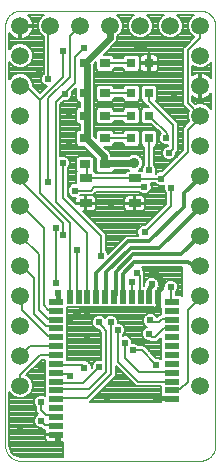
<source format=gtl>
G75*
%MOIN*%
%OFA0B0*%
%FSLAX25Y25*%
%IPPOS*%
%LPD*%
%AMOC8*
5,1,8,0,0,1.08239X$1,22.5*
%
%ADD10C,0.00000*%
%ADD11C,0.05937*%
%ADD12R,0.03150X0.03150*%
%ADD13R,0.03543X0.03150*%
%ADD14R,0.04134X0.02559*%
%ADD15R,0.04724X0.01969*%
%ADD16R,0.01969X0.04724*%
%ADD17C,0.00800*%
%ADD18C,0.02400*%
%ADD19C,0.02400*%
%ADD20C,0.03562*%
%ADD21C,0.01600*%
%ADD22C,0.01200*%
%ADD23C,0.01000*%
D10*
X0006400Y0008900D02*
X0006400Y0148900D01*
X0006402Y0149040D01*
X0006408Y0149180D01*
X0006418Y0149320D01*
X0006431Y0149460D01*
X0006449Y0149599D01*
X0006471Y0149738D01*
X0006496Y0149875D01*
X0006525Y0150013D01*
X0006558Y0150149D01*
X0006595Y0150284D01*
X0006636Y0150418D01*
X0006681Y0150551D01*
X0006729Y0150683D01*
X0006781Y0150813D01*
X0006836Y0150942D01*
X0006895Y0151069D01*
X0006958Y0151195D01*
X0007024Y0151319D01*
X0007093Y0151440D01*
X0007166Y0151560D01*
X0007243Y0151678D01*
X0007322Y0151793D01*
X0007405Y0151907D01*
X0007491Y0152017D01*
X0007580Y0152126D01*
X0007672Y0152232D01*
X0007767Y0152335D01*
X0007864Y0152436D01*
X0007965Y0152533D01*
X0008068Y0152628D01*
X0008174Y0152720D01*
X0008283Y0152809D01*
X0008393Y0152895D01*
X0008507Y0152978D01*
X0008622Y0153057D01*
X0008740Y0153134D01*
X0008860Y0153207D01*
X0008981Y0153276D01*
X0009105Y0153342D01*
X0009231Y0153405D01*
X0009358Y0153464D01*
X0009487Y0153519D01*
X0009617Y0153571D01*
X0009749Y0153619D01*
X0009882Y0153664D01*
X0010016Y0153705D01*
X0010151Y0153742D01*
X0010287Y0153775D01*
X0010425Y0153804D01*
X0010562Y0153829D01*
X0010701Y0153851D01*
X0010840Y0153869D01*
X0010980Y0153882D01*
X0011120Y0153892D01*
X0011260Y0153898D01*
X0011400Y0153900D01*
X0071400Y0153900D01*
X0071540Y0153898D01*
X0071680Y0153892D01*
X0071820Y0153882D01*
X0071960Y0153869D01*
X0072099Y0153851D01*
X0072238Y0153829D01*
X0072375Y0153804D01*
X0072513Y0153775D01*
X0072649Y0153742D01*
X0072784Y0153705D01*
X0072918Y0153664D01*
X0073051Y0153619D01*
X0073183Y0153571D01*
X0073313Y0153519D01*
X0073442Y0153464D01*
X0073569Y0153405D01*
X0073695Y0153342D01*
X0073819Y0153276D01*
X0073940Y0153207D01*
X0074060Y0153134D01*
X0074178Y0153057D01*
X0074293Y0152978D01*
X0074407Y0152895D01*
X0074517Y0152809D01*
X0074626Y0152720D01*
X0074732Y0152628D01*
X0074835Y0152533D01*
X0074936Y0152436D01*
X0075033Y0152335D01*
X0075128Y0152232D01*
X0075220Y0152126D01*
X0075309Y0152017D01*
X0075395Y0151907D01*
X0075478Y0151793D01*
X0075557Y0151678D01*
X0075634Y0151560D01*
X0075707Y0151440D01*
X0075776Y0151319D01*
X0075842Y0151195D01*
X0075905Y0151069D01*
X0075964Y0150942D01*
X0076019Y0150813D01*
X0076071Y0150683D01*
X0076119Y0150551D01*
X0076164Y0150418D01*
X0076205Y0150284D01*
X0076242Y0150149D01*
X0076275Y0150013D01*
X0076304Y0149875D01*
X0076329Y0149738D01*
X0076351Y0149599D01*
X0076369Y0149460D01*
X0076382Y0149320D01*
X0076392Y0149180D01*
X0076398Y0149040D01*
X0076400Y0148900D01*
X0076400Y0008900D01*
X0076398Y0008760D01*
X0076392Y0008620D01*
X0076382Y0008480D01*
X0076369Y0008340D01*
X0076351Y0008201D01*
X0076329Y0008062D01*
X0076304Y0007925D01*
X0076275Y0007787D01*
X0076242Y0007651D01*
X0076205Y0007516D01*
X0076164Y0007382D01*
X0076119Y0007249D01*
X0076071Y0007117D01*
X0076019Y0006987D01*
X0075964Y0006858D01*
X0075905Y0006731D01*
X0075842Y0006605D01*
X0075776Y0006481D01*
X0075707Y0006360D01*
X0075634Y0006240D01*
X0075557Y0006122D01*
X0075478Y0006007D01*
X0075395Y0005893D01*
X0075309Y0005783D01*
X0075220Y0005674D01*
X0075128Y0005568D01*
X0075033Y0005465D01*
X0074936Y0005364D01*
X0074835Y0005267D01*
X0074732Y0005172D01*
X0074626Y0005080D01*
X0074517Y0004991D01*
X0074407Y0004905D01*
X0074293Y0004822D01*
X0074178Y0004743D01*
X0074060Y0004666D01*
X0073940Y0004593D01*
X0073819Y0004524D01*
X0073695Y0004458D01*
X0073569Y0004395D01*
X0073442Y0004336D01*
X0073313Y0004281D01*
X0073183Y0004229D01*
X0073051Y0004181D01*
X0072918Y0004136D01*
X0072784Y0004095D01*
X0072649Y0004058D01*
X0072513Y0004025D01*
X0072375Y0003996D01*
X0072238Y0003971D01*
X0072099Y0003949D01*
X0071960Y0003931D01*
X0071820Y0003918D01*
X0071680Y0003908D01*
X0071540Y0003902D01*
X0071400Y0003900D01*
X0011400Y0003900D01*
X0011260Y0003902D01*
X0011120Y0003908D01*
X0010980Y0003918D01*
X0010840Y0003931D01*
X0010701Y0003949D01*
X0010562Y0003971D01*
X0010425Y0003996D01*
X0010287Y0004025D01*
X0010151Y0004058D01*
X0010016Y0004095D01*
X0009882Y0004136D01*
X0009749Y0004181D01*
X0009617Y0004229D01*
X0009487Y0004281D01*
X0009358Y0004336D01*
X0009231Y0004395D01*
X0009105Y0004458D01*
X0008981Y0004524D01*
X0008860Y0004593D01*
X0008740Y0004666D01*
X0008622Y0004743D01*
X0008507Y0004822D01*
X0008393Y0004905D01*
X0008283Y0004991D01*
X0008174Y0005080D01*
X0008068Y0005172D01*
X0007965Y0005267D01*
X0007864Y0005364D01*
X0007767Y0005465D01*
X0007672Y0005568D01*
X0007580Y0005674D01*
X0007491Y0005783D01*
X0007405Y0005893D01*
X0007322Y0006007D01*
X0007243Y0006122D01*
X0007166Y0006240D01*
X0007093Y0006360D01*
X0007024Y0006481D01*
X0006958Y0006605D01*
X0006895Y0006731D01*
X0006836Y0006858D01*
X0006781Y0006987D01*
X0006729Y0007117D01*
X0006681Y0007249D01*
X0006636Y0007382D01*
X0006595Y0007516D01*
X0006558Y0007651D01*
X0006525Y0007787D01*
X0006496Y0007925D01*
X0006471Y0008062D01*
X0006449Y0008201D01*
X0006431Y0008340D01*
X0006418Y0008480D01*
X0006408Y0008620D01*
X0006402Y0008760D01*
X0006400Y0008900D01*
D11*
X0011400Y0028900D03*
X0011400Y0038900D03*
X0011400Y0048900D03*
X0011400Y0058900D03*
X0011400Y0068900D03*
X0011400Y0078900D03*
X0011400Y0088900D03*
X0011400Y0098900D03*
X0011400Y0108900D03*
X0011400Y0118900D03*
X0011400Y0128900D03*
X0011400Y0138900D03*
X0011400Y0148900D03*
X0021400Y0148900D03*
X0031400Y0148900D03*
X0041400Y0148900D03*
X0051400Y0148900D03*
X0061400Y0148900D03*
X0071400Y0148900D03*
X0071400Y0138900D03*
X0071400Y0128900D03*
X0071400Y0118900D03*
X0071400Y0108900D03*
X0071400Y0098900D03*
X0071400Y0088900D03*
X0071400Y0078900D03*
X0071400Y0068900D03*
X0071400Y0058900D03*
X0071400Y0048900D03*
X0071400Y0038900D03*
X0071400Y0028900D03*
D12*
X0054353Y0111400D03*
X0054353Y0118900D03*
X0054353Y0126400D03*
X0054353Y0136400D03*
X0048447Y0136400D03*
X0048447Y0126400D03*
X0048447Y0118900D03*
X0048447Y0111400D03*
D13*
X0039746Y0111400D03*
X0039746Y0118900D03*
X0039746Y0126400D03*
X0039746Y0136400D03*
X0033054Y0136400D03*
X0033054Y0126400D03*
X0033054Y0118900D03*
X0033054Y0111400D03*
X0033054Y0102650D03*
X0039746Y0102650D03*
D14*
X0033231Y0098132D03*
X0033231Y0089668D03*
X0049569Y0089668D03*
X0049569Y0098132D03*
D15*
X0061941Y0056853D03*
X0061941Y0053900D03*
X0061941Y0050947D03*
X0061941Y0047994D03*
X0061941Y0045042D03*
X0061941Y0042089D03*
X0061941Y0039136D03*
X0061941Y0036183D03*
X0061941Y0033231D03*
X0061941Y0030278D03*
X0061941Y0027325D03*
X0061941Y0024372D03*
X0023359Y0024372D03*
X0023359Y0021420D03*
X0023359Y0018467D03*
X0023359Y0015514D03*
X0023359Y0012561D03*
X0023359Y0027325D03*
X0023359Y0030278D03*
X0023359Y0033231D03*
X0023359Y0036183D03*
X0023359Y0039136D03*
X0023359Y0042089D03*
X0023359Y0045042D03*
X0023359Y0047994D03*
X0023359Y0050947D03*
X0023359Y0053900D03*
X0023359Y0056853D03*
D16*
X0027886Y0058624D03*
X0030839Y0058624D03*
X0033792Y0058624D03*
X0036744Y0058624D03*
X0039697Y0058624D03*
X0042650Y0058624D03*
X0045603Y0058624D03*
X0048556Y0058624D03*
X0051508Y0058624D03*
X0054461Y0058624D03*
X0057414Y0058624D03*
D17*
X0057506Y0058532D02*
X0057506Y0054862D01*
X0058379Y0054862D01*
X0058379Y0052700D01*
X0057937Y0052700D01*
X0056987Y0051750D01*
X0056892Y0051750D01*
X0056785Y0052009D01*
X0056109Y0052685D01*
X0055227Y0053050D01*
X0054273Y0053050D01*
X0053391Y0052685D01*
X0052715Y0052009D01*
X0052350Y0051127D01*
X0052350Y0050173D01*
X0052715Y0049291D01*
X0053391Y0048615D01*
X0053625Y0048518D01*
X0052941Y0048235D01*
X0052265Y0047559D01*
X0051900Y0046677D01*
X0051900Y0045723D01*
X0052265Y0044841D01*
X0052941Y0044165D01*
X0053823Y0043800D01*
X0054437Y0043800D01*
X0054687Y0043550D01*
X0057063Y0043550D01*
X0058000Y0044487D01*
X0058379Y0044866D01*
X0058379Y0037715D01*
X0058159Y0037935D01*
X0057277Y0038300D01*
X0056663Y0038300D01*
X0052488Y0042475D01*
X0050769Y0042475D01*
X0050334Y0042910D01*
X0049452Y0043275D01*
X0048800Y0043275D01*
X0048800Y0043752D01*
X0048435Y0044634D01*
X0047759Y0045310D01*
X0046877Y0045675D01*
X0045923Y0045675D01*
X0045600Y0045541D01*
X0045600Y0045731D01*
X0046035Y0046166D01*
X0046400Y0047048D01*
X0046400Y0048002D01*
X0046035Y0048884D01*
X0045359Y0049560D01*
X0044477Y0049925D01*
X0044000Y0049925D01*
X0044000Y0050602D01*
X0043635Y0051484D01*
X0042959Y0052160D01*
X0042077Y0052525D01*
X0041123Y0052525D01*
X0040241Y0052160D01*
X0039600Y0051519D01*
X0039059Y0052060D01*
X0038177Y0052425D01*
X0037223Y0052425D01*
X0036341Y0052060D01*
X0035665Y0051384D01*
X0035300Y0050502D01*
X0035300Y0049548D01*
X0035665Y0048666D01*
X0036341Y0047990D01*
X0037223Y0047625D01*
X0037552Y0047625D01*
X0038400Y0046546D01*
X0038400Y0037366D01*
X0038077Y0037500D01*
X0037123Y0037500D01*
X0036241Y0037135D01*
X0035565Y0036459D01*
X0035200Y0035577D01*
X0035200Y0034963D01*
X0035200Y0034963D01*
X0035200Y0035402D01*
X0034835Y0036284D01*
X0034159Y0036960D01*
X0033277Y0037325D01*
X0032663Y0037325D01*
X0032488Y0037500D01*
X0026921Y0037500D01*
X0026921Y0055062D01*
X0055708Y0055062D01*
X0055889Y0054958D01*
X0056245Y0054862D01*
X0057322Y0054862D01*
X0057322Y0058532D01*
X0057506Y0058532D01*
X0057506Y0058717D02*
X0057506Y0061970D01*
X0057322Y0061526D01*
X0057322Y0058717D01*
X0057506Y0058717D01*
X0057506Y0058997D02*
X0057322Y0058997D01*
X0057322Y0058199D02*
X0057506Y0058199D01*
X0057506Y0057400D02*
X0057322Y0057400D01*
X0057322Y0056602D02*
X0057506Y0056602D01*
X0057506Y0055803D02*
X0057322Y0055803D01*
X0057322Y0055005D02*
X0057506Y0055005D01*
X0058379Y0054206D02*
X0026921Y0054206D01*
X0026921Y0053408D02*
X0058379Y0053408D01*
X0057846Y0052609D02*
X0056185Y0052609D01*
X0056867Y0051811D02*
X0057048Y0051811D01*
X0058600Y0051100D02*
X0057650Y0050150D01*
X0055250Y0050150D01*
X0054750Y0050650D01*
X0053315Y0052609D02*
X0026921Y0052609D01*
X0026921Y0051811D02*
X0036092Y0051811D01*
X0035511Y0051012D02*
X0026921Y0051012D01*
X0026921Y0050214D02*
X0035300Y0050214D01*
X0035355Y0049415D02*
X0026921Y0049415D01*
X0026921Y0048617D02*
X0035714Y0048617D01*
X0036756Y0047818D02*
X0026921Y0047818D01*
X0026921Y0047020D02*
X0038028Y0047020D01*
X0038400Y0046221D02*
X0026921Y0046221D01*
X0026921Y0045423D02*
X0038400Y0045423D01*
X0038400Y0044624D02*
X0026921Y0044624D01*
X0026921Y0043826D02*
X0038400Y0043826D01*
X0038400Y0043027D02*
X0026921Y0043027D01*
X0026921Y0042229D02*
X0038400Y0042229D01*
X0038400Y0041430D02*
X0026921Y0041430D01*
X0026921Y0040632D02*
X0038400Y0040632D01*
X0038400Y0039833D02*
X0026921Y0039833D01*
X0026921Y0039034D02*
X0038400Y0039034D01*
X0038400Y0038236D02*
X0026921Y0038236D01*
X0023359Y0039136D02*
X0023200Y0039100D01*
X0017850Y0039100D01*
X0017650Y0038900D01*
X0011200Y0032625D01*
X0011400Y0028900D01*
X0013436Y0032568D02*
X0018300Y0037300D01*
X0018313Y0037300D01*
X0018513Y0037500D01*
X0019796Y0037500D01*
X0019796Y0025523D01*
X0019759Y0025560D01*
X0018877Y0025925D01*
X0017923Y0025925D01*
X0017041Y0025560D01*
X0016365Y0024884D01*
X0016000Y0024002D01*
X0016000Y0023048D01*
X0016365Y0022166D01*
X0016800Y0021731D01*
X0016800Y0020037D01*
X0017473Y0019364D01*
X0017041Y0019185D01*
X0016365Y0018509D01*
X0016000Y0017627D01*
X0016000Y0016673D01*
X0016365Y0015791D01*
X0017041Y0015115D01*
X0017923Y0014750D01*
X0018537Y0014750D01*
X0018987Y0014300D01*
X0019796Y0014300D01*
X0019796Y0014267D01*
X0019692Y0014086D01*
X0019596Y0013730D01*
X0019596Y0012654D01*
X0023266Y0012654D01*
X0023266Y0012469D01*
X0019596Y0012469D01*
X0019596Y0011393D01*
X0019692Y0011037D01*
X0019876Y0010718D01*
X0020137Y0010457D01*
X0020456Y0010273D01*
X0020812Y0010177D01*
X0023267Y0010177D01*
X0023267Y0012469D01*
X0023451Y0012469D01*
X0023451Y0010177D01*
X0025715Y0010177D01*
X0025715Y0005300D01*
X0011400Y0005300D01*
X0010698Y0005369D01*
X0009400Y0005907D01*
X0008407Y0006900D01*
X0007869Y0008198D01*
X0007800Y0008900D01*
X0007800Y0026698D01*
X0007866Y0026539D01*
X0009039Y0025366D01*
X0010571Y0024731D01*
X0012229Y0024731D01*
X0013761Y0025366D01*
X0014934Y0026539D01*
X0015568Y0028071D01*
X0015568Y0029729D01*
X0014934Y0031261D01*
X0013761Y0032434D01*
X0013436Y0032568D01*
X0013516Y0032646D02*
X0019796Y0032646D01*
X0019796Y0031848D02*
X0014347Y0031848D01*
X0015022Y0031049D02*
X0019796Y0031049D01*
X0019796Y0030251D02*
X0015352Y0030251D01*
X0015568Y0029452D02*
X0019796Y0029452D01*
X0019796Y0028654D02*
X0015568Y0028654D01*
X0015479Y0027855D02*
X0019796Y0027855D01*
X0019796Y0027057D02*
X0015148Y0027057D01*
X0014653Y0026258D02*
X0019796Y0026258D01*
X0018400Y0023525D02*
X0018400Y0020700D01*
X0020000Y0019100D01*
X0023200Y0019100D01*
X0023359Y0018467D01*
X0023200Y0015900D02*
X0019650Y0015900D01*
X0018400Y0017150D01*
X0019796Y0014281D02*
X0007800Y0014281D01*
X0007800Y0015079D02*
X0017128Y0015079D01*
X0016329Y0015878D02*
X0007800Y0015878D01*
X0007800Y0016676D02*
X0016000Y0016676D01*
X0016000Y0017475D02*
X0007800Y0017475D01*
X0007800Y0018273D02*
X0016268Y0018273D01*
X0016928Y0019072D02*
X0007800Y0019072D01*
X0007800Y0019870D02*
X0016967Y0019870D01*
X0016800Y0020669D02*
X0007800Y0020669D01*
X0007800Y0021467D02*
X0016800Y0021467D01*
X0016324Y0022266D02*
X0007800Y0022266D01*
X0007800Y0023064D02*
X0016000Y0023064D01*
X0016000Y0023863D02*
X0007800Y0023863D01*
X0007800Y0024661D02*
X0016273Y0024661D01*
X0016941Y0025460D02*
X0013855Y0025460D01*
X0014337Y0033445D02*
X0019796Y0033445D01*
X0019796Y0034243D02*
X0015158Y0034243D01*
X0015979Y0035042D02*
X0019796Y0035042D01*
X0019796Y0035840D02*
X0016800Y0035840D01*
X0017620Y0036639D02*
X0019796Y0036639D01*
X0019796Y0037437D02*
X0018450Y0037437D01*
X0014589Y0042089D02*
X0011400Y0038900D01*
X0014589Y0042089D02*
X0023359Y0042089D01*
X0023359Y0045042D02*
X0023200Y0045500D01*
X0020800Y0045500D01*
X0012000Y0054300D01*
X0012000Y0058300D01*
X0011400Y0058900D01*
X0016000Y0064700D02*
X0012000Y0068700D01*
X0011400Y0068900D01*
X0016000Y0064700D02*
X0016000Y0052700D01*
X0020000Y0048700D01*
X0023200Y0048700D01*
X0023359Y0047994D01*
X0023359Y0050947D02*
X0023200Y0051100D01*
X0020800Y0051100D01*
X0017600Y0054300D01*
X0017600Y0072700D01*
X0011400Y0078900D01*
X0019200Y0081500D02*
X0012000Y0088700D01*
X0011400Y0088900D01*
X0012000Y0096700D02*
X0012000Y0098300D01*
X0011400Y0098900D01*
X0012000Y0096700D02*
X0025600Y0083100D01*
X0025600Y0079100D01*
X0023200Y0081500D02*
X0023200Y0063100D01*
X0024000Y0057500D02*
X0023359Y0056853D01*
X0023200Y0054300D02*
X0023359Y0053900D01*
X0023200Y0054300D02*
X0020800Y0054300D01*
X0019200Y0055900D01*
X0019200Y0081500D01*
X0023200Y0090300D02*
X0023200Y0123450D01*
X0026225Y0126475D01*
X0026400Y0126300D01*
X0026225Y0126475D02*
X0029600Y0129850D01*
X0029600Y0138350D01*
X0032650Y0141400D01*
X0033054Y0136400D02*
X0033600Y0135900D01*
X0036025Y0135978D02*
X0036025Y0134328D01*
X0036000Y0134303D01*
X0036000Y0128497D01*
X0036025Y0128472D01*
X0036025Y0124328D01*
X0036000Y0124303D01*
X0036000Y0120997D01*
X0036025Y0120972D01*
X0036025Y0116828D01*
X0036000Y0116803D01*
X0036000Y0113497D01*
X0036025Y0113472D01*
X0036025Y0112069D01*
X0036775Y0111319D01*
X0036775Y0113472D01*
X0037478Y0114175D01*
X0042015Y0114175D01*
X0042718Y0113472D01*
X0042718Y0113000D01*
X0045672Y0113000D01*
X0045672Y0113472D01*
X0046375Y0114175D01*
X0050519Y0114175D01*
X0051222Y0113472D01*
X0051222Y0109328D01*
X0050519Y0108625D01*
X0046375Y0108625D01*
X0045672Y0109328D01*
X0045672Y0109800D01*
X0042718Y0109800D01*
X0042718Y0109328D01*
X0042015Y0108625D01*
X0039469Y0108625D01*
X0041235Y0106859D01*
X0041600Y0105977D01*
X0041600Y0105600D01*
X0047534Y0105600D01*
X0047661Y0105727D01*
X0048757Y0106181D01*
X0049943Y0106181D01*
X0051039Y0105727D01*
X0051877Y0104889D01*
X0052331Y0103793D01*
X0052331Y0102607D01*
X0051877Y0101511D01*
X0051039Y0100673D01*
X0050892Y0100612D01*
X0052000Y0100612D01*
X0052000Y0101177D01*
X0052365Y0102059D01*
X0052800Y0102494D01*
X0052800Y0108625D01*
X0052281Y0108625D01*
X0051578Y0109328D01*
X0051578Y0113472D01*
X0052281Y0114175D01*
X0056425Y0114175D01*
X0057128Y0113472D01*
X0057128Y0109328D01*
X0056425Y0108625D01*
X0056000Y0108625D01*
X0056000Y0102494D01*
X0056435Y0102059D01*
X0056800Y0101177D01*
X0056800Y0100223D01*
X0056521Y0099550D01*
X0056606Y0099550D01*
X0057041Y0099985D01*
X0057923Y0100350D01*
X0058537Y0100350D01*
X0065600Y0107413D01*
X0065600Y0114963D01*
X0067664Y0117027D01*
X0067231Y0118071D01*
X0067231Y0119729D01*
X0067547Y0120490D01*
X0065600Y0122437D01*
X0065600Y0141363D01*
X0066537Y0142300D01*
X0069438Y0145201D01*
X0069039Y0145366D01*
X0067866Y0146539D01*
X0067231Y0148071D01*
X0067231Y0149729D01*
X0067866Y0151261D01*
X0069039Y0152434D01*
X0069198Y0152500D01*
X0063602Y0152500D01*
X0063761Y0152434D01*
X0064934Y0151261D01*
X0065568Y0149729D01*
X0065568Y0148071D01*
X0064934Y0146539D01*
X0063761Y0145366D01*
X0062229Y0144731D01*
X0060571Y0144731D01*
X0059039Y0145366D01*
X0057866Y0146539D01*
X0057231Y0148071D01*
X0057231Y0149729D01*
X0057866Y0151261D01*
X0059039Y0152434D01*
X0059198Y0152500D01*
X0053602Y0152500D01*
X0053761Y0152434D01*
X0054934Y0151261D01*
X0055568Y0149729D01*
X0055568Y0148071D01*
X0054934Y0146539D01*
X0053761Y0145366D01*
X0052229Y0144731D01*
X0050571Y0144731D01*
X0049039Y0145366D01*
X0047866Y0146539D01*
X0047231Y0148071D01*
X0047231Y0149729D01*
X0047866Y0151261D01*
X0049039Y0152434D01*
X0049198Y0152500D01*
X0043602Y0152500D01*
X0043761Y0152434D01*
X0044934Y0151261D01*
X0045568Y0149729D01*
X0045568Y0148071D01*
X0044934Y0146539D01*
X0043800Y0145405D01*
X0043800Y0144269D01*
X0043435Y0143387D01*
X0039222Y0139175D01*
X0042015Y0139175D01*
X0042718Y0138472D01*
X0042718Y0138000D01*
X0045672Y0138000D01*
X0045672Y0138472D01*
X0046375Y0139175D01*
X0050519Y0139175D01*
X0051222Y0138472D01*
X0051222Y0134328D01*
X0050519Y0133625D01*
X0046375Y0133625D01*
X0045672Y0134328D01*
X0045672Y0134800D01*
X0042718Y0134800D01*
X0042718Y0134328D01*
X0042015Y0133625D01*
X0037478Y0133625D01*
X0036775Y0134328D01*
X0036775Y0136727D01*
X0036025Y0135978D01*
X0036025Y0135654D02*
X0036775Y0135654D01*
X0036775Y0134856D02*
X0036025Y0134856D01*
X0036000Y0134057D02*
X0037046Y0134057D01*
X0036000Y0133259D02*
X0065600Y0133259D01*
X0065600Y0134057D02*
X0057101Y0134057D01*
X0057048Y0133966D02*
X0057232Y0134285D01*
X0057328Y0134641D01*
X0057328Y0136013D01*
X0054740Y0136013D01*
X0054740Y0136787D01*
X0057328Y0136787D01*
X0057328Y0138159D01*
X0057232Y0138515D01*
X0057048Y0138834D01*
X0056787Y0139095D01*
X0056468Y0139279D01*
X0056112Y0139375D01*
X0054740Y0139375D01*
X0054740Y0136787D01*
X0053965Y0136787D01*
X0053965Y0136013D01*
X0051378Y0136013D01*
X0051378Y0134641D01*
X0051473Y0134285D01*
X0051658Y0133966D01*
X0051918Y0133705D01*
X0052238Y0133521D01*
X0052594Y0133425D01*
X0053965Y0133425D01*
X0053965Y0136013D01*
X0054740Y0136013D01*
X0054740Y0133425D01*
X0056112Y0133425D01*
X0056468Y0133521D01*
X0056787Y0133705D01*
X0057048Y0133966D01*
X0057328Y0134856D02*
X0065600Y0134856D01*
X0065600Y0135654D02*
X0057328Y0135654D01*
X0057328Y0137251D02*
X0065600Y0137251D01*
X0065600Y0136453D02*
X0054740Y0136453D01*
X0054353Y0136400D02*
X0054400Y0135900D01*
X0054740Y0135654D02*
X0053965Y0135654D01*
X0053965Y0134856D02*
X0054740Y0134856D01*
X0054740Y0134057D02*
X0053965Y0134057D01*
X0053965Y0136453D02*
X0051222Y0136453D01*
X0051378Y0136787D02*
X0051378Y0138159D01*
X0051473Y0138515D01*
X0051658Y0138834D01*
X0051918Y0139095D01*
X0052238Y0139279D01*
X0052594Y0139375D01*
X0053965Y0139375D01*
X0053965Y0136787D01*
X0051378Y0136787D01*
X0051378Y0137251D02*
X0051222Y0137251D01*
X0051222Y0138050D02*
X0051378Y0138050D01*
X0051672Y0138848D02*
X0050845Y0138848D01*
X0050150Y0141400D02*
X0053275Y0141400D01*
X0054400Y0140275D01*
X0054400Y0137150D01*
X0054740Y0137251D02*
X0053965Y0137251D01*
X0053965Y0138050D02*
X0054740Y0138050D01*
X0054740Y0138848D02*
X0053965Y0138848D01*
X0057034Y0138848D02*
X0065600Y0138848D01*
X0065600Y0138050D02*
X0057328Y0138050D01*
X0059352Y0145237D02*
X0053448Y0145237D01*
X0054430Y0146035D02*
X0058370Y0146035D01*
X0057744Y0146834D02*
X0055056Y0146834D01*
X0055387Y0147632D02*
X0057413Y0147632D01*
X0057231Y0148431D02*
X0055568Y0148431D01*
X0055568Y0149229D02*
X0057231Y0149229D01*
X0057355Y0150028D02*
X0055445Y0150028D01*
X0055114Y0150826D02*
X0057686Y0150826D01*
X0058229Y0151625D02*
X0054571Y0151625D01*
X0053772Y0152423D02*
X0059028Y0152423D01*
X0063448Y0145237D02*
X0069352Y0145237D01*
X0068675Y0144438D02*
X0043800Y0144438D01*
X0043800Y0145237D02*
X0049352Y0145237D01*
X0048370Y0146035D02*
X0044430Y0146035D01*
X0045056Y0146834D02*
X0047744Y0146834D01*
X0047413Y0147632D02*
X0045387Y0147632D01*
X0045568Y0148431D02*
X0047231Y0148431D01*
X0047231Y0149229D02*
X0045568Y0149229D01*
X0045445Y0150028D02*
X0047355Y0150028D01*
X0047686Y0150826D02*
X0045114Y0150826D01*
X0044571Y0151625D02*
X0048229Y0151625D01*
X0049028Y0152423D02*
X0043772Y0152423D01*
X0043539Y0143639D02*
X0067877Y0143639D01*
X0067078Y0142841D02*
X0042889Y0142841D01*
X0042090Y0142042D02*
X0066280Y0142042D01*
X0065600Y0141244D02*
X0041292Y0141244D01*
X0040493Y0140445D02*
X0065600Y0140445D01*
X0065600Y0139647D02*
X0039695Y0139647D01*
X0039746Y0136400D02*
X0048447Y0136400D01*
X0051222Y0135654D02*
X0051378Y0135654D01*
X0051378Y0134856D02*
X0051222Y0134856D01*
X0050951Y0134057D02*
X0051605Y0134057D01*
X0052281Y0129175D02*
X0051578Y0128472D01*
X0051578Y0124328D01*
X0052281Y0123625D01*
X0052800Y0123625D01*
X0052800Y0123237D01*
X0054362Y0121675D01*
X0052281Y0121675D01*
X0051578Y0120972D01*
X0051578Y0116828D01*
X0052281Y0116125D01*
X0055037Y0116125D01*
X0058159Y0113003D01*
X0057965Y0112809D01*
X0057600Y0111927D01*
X0057600Y0110973D01*
X0057965Y0110091D01*
X0058641Y0109415D01*
X0059523Y0109050D01*
X0060477Y0109050D01*
X0060800Y0109184D01*
X0060800Y0108875D01*
X0060498Y0108875D01*
X0059616Y0108510D01*
X0058940Y0107834D01*
X0058575Y0106952D01*
X0058575Y0105998D01*
X0058940Y0105116D01*
X0059616Y0104440D01*
X0060498Y0104075D01*
X0061452Y0104075D01*
X0062334Y0104440D01*
X0063010Y0105116D01*
X0063375Y0105998D01*
X0063375Y0106612D01*
X0064000Y0107237D01*
X0064000Y0116563D01*
X0063063Y0117500D01*
X0056681Y0123882D01*
X0057128Y0124328D01*
X0057128Y0128472D01*
X0056425Y0129175D01*
X0052281Y0129175D01*
X0051578Y0128468D02*
X0051222Y0128468D01*
X0051222Y0128472D02*
X0050519Y0129175D01*
X0046375Y0129175D01*
X0045672Y0128472D01*
X0045672Y0128000D01*
X0042718Y0128000D01*
X0042718Y0128472D01*
X0042015Y0129175D01*
X0037478Y0129175D01*
X0036775Y0128472D01*
X0036775Y0124328D01*
X0037478Y0123625D01*
X0042015Y0123625D01*
X0042718Y0124328D01*
X0042718Y0124800D01*
X0045672Y0124800D01*
X0045672Y0124328D01*
X0046375Y0123625D01*
X0050519Y0123625D01*
X0051222Y0124328D01*
X0051222Y0128472D01*
X0051222Y0127669D02*
X0051578Y0127669D01*
X0051578Y0126871D02*
X0051222Y0126871D01*
X0051222Y0126072D02*
X0051578Y0126072D01*
X0051578Y0125274D02*
X0051222Y0125274D01*
X0051222Y0124475D02*
X0051578Y0124475D01*
X0052229Y0123677D02*
X0050571Y0123677D01*
X0050519Y0121675D02*
X0046375Y0121675D01*
X0045672Y0120972D01*
X0045672Y0120500D01*
X0042718Y0120500D01*
X0042718Y0120972D01*
X0042015Y0121675D01*
X0037478Y0121675D01*
X0036775Y0120972D01*
X0036775Y0116828D01*
X0037478Y0116125D01*
X0042015Y0116125D01*
X0042718Y0116828D01*
X0042718Y0117300D01*
X0045672Y0117300D01*
X0045672Y0116828D01*
X0046375Y0116125D01*
X0050519Y0116125D01*
X0051222Y0116828D01*
X0051222Y0120972D01*
X0050519Y0121675D01*
X0050913Y0121281D02*
X0051887Y0121281D01*
X0051578Y0120483D02*
X0051222Y0120483D01*
X0051222Y0119684D02*
X0051578Y0119684D01*
X0051578Y0118886D02*
X0051222Y0118886D01*
X0051222Y0118087D02*
X0051578Y0118087D01*
X0051578Y0117289D02*
X0051222Y0117289D01*
X0050884Y0116490D02*
X0051916Y0116490D01*
X0052201Y0114095D02*
X0050599Y0114095D01*
X0051222Y0113296D02*
X0051578Y0113296D01*
X0051578Y0112498D02*
X0051222Y0112498D01*
X0051222Y0111699D02*
X0051578Y0111699D01*
X0051578Y0110901D02*
X0051222Y0110901D01*
X0051222Y0110102D02*
X0051578Y0110102D01*
X0051603Y0109303D02*
X0051197Y0109303D01*
X0052800Y0108505D02*
X0039589Y0108505D01*
X0040388Y0107706D02*
X0052800Y0107706D01*
X0052800Y0106908D02*
X0041186Y0106908D01*
X0041545Y0106109D02*
X0048584Y0106109D01*
X0050116Y0106109D02*
X0052800Y0106109D01*
X0052800Y0105311D02*
X0051455Y0105311D01*
X0052033Y0104512D02*
X0052800Y0104512D01*
X0052800Y0103714D02*
X0052331Y0103714D01*
X0052331Y0102915D02*
X0052800Y0102915D01*
X0052423Y0102117D02*
X0052128Y0102117D01*
X0052058Y0101318D02*
X0051684Y0101318D01*
X0049569Y0098132D02*
X0049752Y0097950D01*
X0058400Y0097950D01*
X0067200Y0106750D01*
X0067200Y0114300D01*
X0071200Y0118300D01*
X0071400Y0118900D01*
X0067200Y0123100D01*
X0067200Y0140700D01*
X0071200Y0144700D01*
X0071200Y0148700D01*
X0071400Y0148900D01*
X0069028Y0152423D02*
X0063772Y0152423D01*
X0064571Y0151625D02*
X0068229Y0151625D01*
X0067686Y0150826D02*
X0065114Y0150826D01*
X0065445Y0150028D02*
X0067355Y0150028D01*
X0067231Y0149229D02*
X0065568Y0149229D01*
X0065568Y0148431D02*
X0067231Y0148431D01*
X0067413Y0147632D02*
X0065387Y0147632D01*
X0065056Y0146834D02*
X0067744Y0146834D01*
X0068370Y0146035D02*
X0064430Y0146035D01*
X0068800Y0135605D02*
X0069039Y0135366D01*
X0070571Y0134731D01*
X0072229Y0134731D01*
X0073761Y0135366D01*
X0074934Y0136539D01*
X0075000Y0136698D01*
X0075000Y0131377D01*
X0074732Y0131746D01*
X0074246Y0132232D01*
X0073690Y0132636D01*
X0073077Y0132948D01*
X0072423Y0133161D01*
X0071800Y0133260D01*
X0071800Y0129300D01*
X0071000Y0129300D01*
X0071000Y0133260D01*
X0070377Y0133161D01*
X0069723Y0132948D01*
X0069110Y0132636D01*
X0068800Y0132411D01*
X0068800Y0135605D01*
X0068800Y0134856D02*
X0070271Y0134856D01*
X0068800Y0134057D02*
X0075000Y0134057D01*
X0075000Y0133259D02*
X0071805Y0133259D01*
X0071800Y0133259D02*
X0071000Y0133259D01*
X0070995Y0133259D02*
X0068800Y0133259D01*
X0068800Y0132460D02*
X0068868Y0132460D01*
X0071000Y0132460D02*
X0071800Y0132460D01*
X0071800Y0131662D02*
X0071000Y0131662D01*
X0071000Y0130863D02*
X0071800Y0130863D01*
X0071800Y0130065D02*
X0071000Y0130065D01*
X0071000Y0128500D02*
X0071800Y0128500D01*
X0071800Y0124540D01*
X0072423Y0124639D01*
X0073077Y0124852D01*
X0073690Y0125164D01*
X0074246Y0125568D01*
X0074732Y0126054D01*
X0075000Y0126423D01*
X0075000Y0121102D01*
X0074934Y0121261D01*
X0073761Y0122434D01*
X0072229Y0123068D01*
X0070571Y0123068D01*
X0069810Y0122753D01*
X0068800Y0123763D01*
X0068800Y0125389D01*
X0069110Y0125164D01*
X0069723Y0124852D01*
X0070377Y0124639D01*
X0071000Y0124540D01*
X0071000Y0128500D01*
X0071000Y0128468D02*
X0071800Y0128468D01*
X0071800Y0127669D02*
X0071000Y0127669D01*
X0071000Y0126871D02*
X0071800Y0126871D01*
X0071800Y0126072D02*
X0071000Y0126072D01*
X0071000Y0125274D02*
X0071800Y0125274D01*
X0072689Y0122878D02*
X0075000Y0122878D01*
X0075000Y0122080D02*
X0074115Y0122080D01*
X0074914Y0121281D02*
X0075000Y0121281D01*
X0075000Y0123677D02*
X0068886Y0123677D01*
X0068800Y0124475D02*
X0075000Y0124475D01*
X0075000Y0125274D02*
X0073841Y0125274D01*
X0074745Y0126072D02*
X0075000Y0126072D01*
X0075000Y0131662D02*
X0074793Y0131662D01*
X0075000Y0132460D02*
X0073932Y0132460D01*
X0075000Y0134856D02*
X0072529Y0134856D01*
X0074050Y0135654D02*
X0075000Y0135654D01*
X0075000Y0136453D02*
X0074848Y0136453D01*
X0068959Y0125274D02*
X0068800Y0125274D01*
X0069685Y0122878D02*
X0070111Y0122878D01*
X0067544Y0120483D02*
X0060080Y0120483D01*
X0059282Y0121281D02*
X0066756Y0121281D01*
X0065958Y0122080D02*
X0058483Y0122080D01*
X0057685Y0122878D02*
X0065600Y0122878D01*
X0065600Y0123677D02*
X0056886Y0123677D01*
X0057128Y0124475D02*
X0065600Y0124475D01*
X0065600Y0125274D02*
X0057128Y0125274D01*
X0057128Y0126072D02*
X0065600Y0126072D01*
X0065600Y0126871D02*
X0057128Y0126871D01*
X0057128Y0127669D02*
X0065600Y0127669D01*
X0065600Y0128468D02*
X0057128Y0128468D01*
X0054353Y0126400D02*
X0054400Y0126300D01*
X0054400Y0123900D01*
X0062400Y0115900D01*
X0062400Y0107900D01*
X0060975Y0106475D01*
X0058859Y0105311D02*
X0056000Y0105311D01*
X0056000Y0106109D02*
X0058575Y0106109D01*
X0058575Y0106908D02*
X0056000Y0106908D01*
X0056000Y0107706D02*
X0058887Y0107706D01*
X0059611Y0108505D02*
X0056000Y0108505D01*
X0057103Y0109303D02*
X0058911Y0109303D01*
X0057961Y0110102D02*
X0057128Y0110102D01*
X0057128Y0110901D02*
X0057630Y0110901D01*
X0057600Y0111699D02*
X0057128Y0111699D01*
X0057128Y0112498D02*
X0057836Y0112498D01*
X0057866Y0113296D02*
X0057128Y0113296D01*
X0057068Y0114095D02*
X0056505Y0114095D01*
X0056269Y0114893D02*
X0036000Y0114893D01*
X0036000Y0114095D02*
X0037398Y0114095D01*
X0036775Y0113296D02*
X0036025Y0113296D01*
X0036025Y0112498D02*
X0036775Y0112498D01*
X0036775Y0111699D02*
X0036395Y0111699D01*
X0033600Y0111900D02*
X0033054Y0111400D01*
X0033600Y0111100D01*
X0032681Y0108625D02*
X0036775Y0104531D01*
X0036775Y0100578D01*
X0037478Y0099875D01*
X0042015Y0099875D01*
X0042718Y0100578D01*
X0042718Y0100800D01*
X0047534Y0100800D01*
X0047661Y0100673D01*
X0047808Y0100612D01*
X0047005Y0100612D01*
X0046302Y0099909D01*
X0046302Y0099732D01*
X0036498Y0099732D01*
X0036498Y0099909D01*
X0035927Y0100480D01*
X0036025Y0100578D01*
X0036025Y0104722D01*
X0035322Y0105425D01*
X0030785Y0105425D01*
X0030082Y0104722D01*
X0030082Y0100578D01*
X0030357Y0100303D01*
X0029964Y0099909D01*
X0029964Y0096356D01*
X0029970Y0096350D01*
X0029123Y0096350D01*
X0028241Y0095985D01*
X0027565Y0095309D01*
X0027200Y0094427D01*
X0027200Y0093473D01*
X0027565Y0092591D01*
X0028241Y0091915D01*
X0029123Y0091550D01*
X0029895Y0091550D01*
X0029859Y0091488D01*
X0029764Y0091132D01*
X0029764Y0089907D01*
X0032991Y0089907D01*
X0032991Y0089428D01*
X0033470Y0089428D01*
X0033470Y0086988D01*
X0035482Y0086988D01*
X0035838Y0087084D01*
X0036157Y0087268D01*
X0036418Y0087529D01*
X0036602Y0087848D01*
X0036698Y0088204D01*
X0036698Y0089428D01*
X0033471Y0089428D01*
X0033471Y0089907D01*
X0036698Y0089907D01*
X0036698Y0091132D01*
X0036602Y0091488D01*
X0036418Y0091807D01*
X0036157Y0092068D01*
X0035838Y0092252D01*
X0035482Y0092347D01*
X0033470Y0092347D01*
X0033470Y0089908D01*
X0032991Y0089908D01*
X0032991Y0092347D01*
X0031391Y0092347D01*
X0031394Y0092350D01*
X0035513Y0092350D01*
X0036450Y0093287D01*
X0036450Y0093287D01*
X0036663Y0093500D01*
X0050981Y0093500D01*
X0051416Y0093065D01*
X0052298Y0092700D01*
X0053252Y0092700D01*
X0054134Y0093065D01*
X0054810Y0093741D01*
X0055175Y0094623D01*
X0055175Y0095577D01*
X0054855Y0096350D01*
X0056606Y0096350D01*
X0057041Y0095915D01*
X0057923Y0095550D01*
X0058877Y0095550D01*
X0059341Y0095742D01*
X0059200Y0095402D01*
X0059200Y0094448D01*
X0059565Y0093566D01*
X0060000Y0093131D01*
X0060000Y0089563D01*
X0053012Y0082575D01*
X0052398Y0082575D01*
X0051516Y0082210D01*
X0050840Y0081534D01*
X0050475Y0080652D01*
X0050475Y0079698D01*
X0050785Y0078950D01*
X0046629Y0078950D01*
X0045575Y0077896D01*
X0040634Y0072954D01*
X0040435Y0073434D01*
X0039875Y0073994D01*
X0039875Y0079563D01*
X0038938Y0080500D01*
X0032450Y0086988D01*
X0032991Y0086988D01*
X0032991Y0089428D01*
X0030010Y0089428D01*
X0027200Y0092238D01*
X0027200Y0101356D01*
X0027635Y0101791D01*
X0028000Y0102673D01*
X0028000Y0103627D01*
X0027635Y0104509D01*
X0026959Y0105185D01*
X0026077Y0105550D01*
X0025123Y0105550D01*
X0024800Y0105416D01*
X0024800Y0122787D01*
X0025916Y0123903D01*
X0025923Y0123900D01*
X0026877Y0123900D01*
X0027759Y0124265D01*
X0028435Y0124941D01*
X0028800Y0125823D01*
X0028800Y0126777D01*
X0028797Y0126784D01*
X0030082Y0128069D01*
X0030082Y0124328D01*
X0030785Y0123625D01*
X0031200Y0123625D01*
X0031200Y0121675D01*
X0030785Y0121675D01*
X0030082Y0120972D01*
X0030082Y0116828D01*
X0030785Y0116125D01*
X0031200Y0116125D01*
X0031200Y0114175D01*
X0030785Y0114175D01*
X0030082Y0113472D01*
X0030082Y0109328D01*
X0030785Y0108625D01*
X0032681Y0108625D01*
X0032801Y0108505D02*
X0024800Y0108505D01*
X0024800Y0109303D02*
X0030107Y0109303D01*
X0030082Y0110102D02*
X0024800Y0110102D01*
X0024800Y0110901D02*
X0030082Y0110901D01*
X0030082Y0111699D02*
X0024800Y0111699D01*
X0024800Y0112498D02*
X0030082Y0112498D01*
X0030082Y0113296D02*
X0024800Y0113296D01*
X0024800Y0114095D02*
X0030705Y0114095D01*
X0031200Y0114893D02*
X0024800Y0114893D01*
X0024800Y0115692D02*
X0031200Y0115692D01*
X0030420Y0116490D02*
X0024800Y0116490D01*
X0024800Y0117289D02*
X0030082Y0117289D01*
X0030082Y0118087D02*
X0024800Y0118087D01*
X0024800Y0118886D02*
X0030082Y0118886D01*
X0030082Y0119684D02*
X0024800Y0119684D01*
X0024800Y0120483D02*
X0030082Y0120483D01*
X0030391Y0121281D02*
X0024800Y0121281D01*
X0024800Y0122080D02*
X0031200Y0122080D01*
X0031200Y0122878D02*
X0024891Y0122878D01*
X0025689Y0123677D02*
X0030733Y0123677D01*
X0030082Y0124475D02*
X0027969Y0124475D01*
X0028573Y0125274D02*
X0030082Y0125274D01*
X0030082Y0126072D02*
X0028800Y0126072D01*
X0028883Y0126871D02*
X0030082Y0126871D01*
X0030082Y0127669D02*
X0029682Y0127669D01*
X0028000Y0131900D02*
X0028000Y0145500D01*
X0031400Y0148900D01*
X0025600Y0140600D02*
X0025600Y0131900D01*
X0017875Y0124175D01*
X0017875Y0124300D01*
X0013900Y0128275D01*
X0012025Y0128275D01*
X0011400Y0128900D01*
X0009103Y0132460D02*
X0007800Y0132460D01*
X0007800Y0131662D02*
X0008267Y0131662D01*
X0007866Y0131261D02*
X0007800Y0131102D01*
X0007800Y0136698D01*
X0007866Y0136539D01*
X0009039Y0135366D01*
X0010571Y0134731D01*
X0012229Y0134731D01*
X0013761Y0135366D01*
X0014934Y0136539D01*
X0015568Y0138071D01*
X0015568Y0139729D01*
X0014934Y0141261D01*
X0013761Y0142434D01*
X0012229Y0143068D01*
X0010571Y0143068D01*
X0009039Y0142434D01*
X0007866Y0141261D01*
X0007800Y0141102D01*
X0007800Y0146423D01*
X0008068Y0146054D01*
X0008554Y0145568D01*
X0009110Y0145164D01*
X0009723Y0144852D01*
X0010377Y0144639D01*
X0011000Y0144540D01*
X0011000Y0148500D01*
X0011800Y0148500D01*
X0011800Y0149300D01*
X0015760Y0149300D01*
X0015661Y0149923D01*
X0015448Y0150577D01*
X0015136Y0151190D01*
X0014732Y0151746D01*
X0014246Y0152232D01*
X0013877Y0152500D01*
X0019198Y0152500D01*
X0019039Y0152434D01*
X0017866Y0151261D01*
X0017231Y0149729D01*
X0017231Y0148071D01*
X0017866Y0146539D01*
X0019039Y0145366D01*
X0019200Y0145299D01*
X0019200Y0132894D01*
X0018765Y0132459D01*
X0018400Y0131577D01*
X0018400Y0130623D01*
X0018765Y0129741D01*
X0019441Y0129065D01*
X0020192Y0128754D01*
X0017938Y0126500D01*
X0015568Y0128869D01*
X0015568Y0129729D01*
X0014934Y0131261D01*
X0013761Y0132434D01*
X0012229Y0133068D01*
X0010571Y0133068D01*
X0009039Y0132434D01*
X0007866Y0131261D01*
X0007800Y0133259D02*
X0019200Y0133259D01*
X0019200Y0134057D02*
X0007800Y0134057D01*
X0007800Y0134856D02*
X0010271Y0134856D01*
X0008750Y0135654D02*
X0007800Y0135654D01*
X0007800Y0136453D02*
X0007952Y0136453D01*
X0007859Y0141244D02*
X0007800Y0141244D01*
X0007800Y0142042D02*
X0008647Y0142042D01*
X0007800Y0142841D02*
X0010022Y0142841D01*
X0011800Y0144540D02*
X0012423Y0144639D01*
X0013077Y0144852D01*
X0013690Y0145164D01*
X0014246Y0145568D01*
X0014732Y0146054D01*
X0015136Y0146610D01*
X0015448Y0147223D01*
X0015661Y0147877D01*
X0015760Y0148500D01*
X0011800Y0148500D01*
X0011800Y0144540D01*
X0011800Y0145237D02*
X0011000Y0145237D01*
X0011000Y0146035D02*
X0011800Y0146035D01*
X0011800Y0146834D02*
X0011000Y0146834D01*
X0011000Y0147632D02*
X0011800Y0147632D01*
X0011800Y0148431D02*
X0011000Y0148431D01*
X0011800Y0149229D02*
X0017231Y0149229D01*
X0017231Y0148431D02*
X0015749Y0148431D01*
X0015581Y0147632D02*
X0017413Y0147632D01*
X0017744Y0146834D02*
X0015250Y0146834D01*
X0014713Y0146035D02*
X0018370Y0146035D01*
X0019200Y0145237D02*
X0013790Y0145237D01*
X0012778Y0142841D02*
X0019200Y0142841D01*
X0019200Y0143639D02*
X0007800Y0143639D01*
X0007800Y0144438D02*
X0019200Y0144438D01*
X0019200Y0142042D02*
X0014153Y0142042D01*
X0014941Y0141244D02*
X0019200Y0141244D01*
X0019200Y0140445D02*
X0015272Y0140445D01*
X0015568Y0139647D02*
X0019200Y0139647D01*
X0019200Y0138848D02*
X0015568Y0138848D01*
X0015560Y0138050D02*
X0019200Y0138050D01*
X0019200Y0137251D02*
X0015229Y0137251D01*
X0014848Y0136453D02*
X0019200Y0136453D01*
X0019200Y0135654D02*
X0014050Y0135654D01*
X0012529Y0134856D02*
X0019200Y0134856D01*
X0018766Y0132460D02*
X0013697Y0132460D01*
X0014533Y0131662D02*
X0018435Y0131662D01*
X0018400Y0130863D02*
X0015099Y0130863D01*
X0015429Y0130065D02*
X0018631Y0130065D01*
X0019240Y0129266D02*
X0015568Y0129266D01*
X0015970Y0128468D02*
X0019905Y0128468D01*
X0019107Y0127669D02*
X0016768Y0127669D01*
X0017567Y0126871D02*
X0018308Y0126871D01*
X0017875Y0124175D02*
X0017875Y0093225D01*
X0028000Y0083100D01*
X0028000Y0059100D01*
X0027886Y0058624D01*
X0030400Y0059100D02*
X0030839Y0058624D01*
X0030400Y0059100D02*
X0030400Y0074300D01*
X0033600Y0079900D02*
X0023200Y0090300D01*
X0025600Y0091575D02*
X0038275Y0078900D01*
X0038275Y0072200D01*
X0038400Y0072075D01*
X0040461Y0073370D02*
X0041050Y0073370D01*
X0041848Y0074169D02*
X0039875Y0074169D01*
X0039875Y0074968D02*
X0042647Y0074968D01*
X0043445Y0075766D02*
X0039875Y0075766D01*
X0039875Y0076565D02*
X0044244Y0076565D01*
X0045042Y0077363D02*
X0039875Y0077363D01*
X0039875Y0078162D02*
X0045841Y0078162D01*
X0050475Y0079759D02*
X0039679Y0079759D01*
X0039875Y0078960D02*
X0050780Y0078960D01*
X0050475Y0080557D02*
X0038881Y0080557D01*
X0038082Y0081356D02*
X0050766Y0081356D01*
X0051460Y0082154D02*
X0037284Y0082154D01*
X0036485Y0082953D02*
X0053390Y0082953D01*
X0054188Y0083751D02*
X0035687Y0083751D01*
X0034888Y0084550D02*
X0054987Y0084550D01*
X0055785Y0085348D02*
X0034090Y0085348D01*
X0033291Y0086147D02*
X0056584Y0086147D01*
X0057382Y0086945D02*
X0032493Y0086945D01*
X0032991Y0087744D02*
X0033470Y0087744D01*
X0033470Y0088542D02*
X0032991Y0088542D01*
X0032991Y0089341D02*
X0033470Y0089341D01*
X0033231Y0089668D02*
X0041600Y0089668D01*
X0041600Y0089500D01*
X0041600Y0089668D02*
X0041600Y0089750D01*
X0041600Y0089668D02*
X0049569Y0089668D01*
X0049329Y0089907D02*
X0049329Y0089428D01*
X0046102Y0089428D01*
X0046102Y0088204D01*
X0046198Y0087848D01*
X0046382Y0087529D01*
X0046643Y0087268D01*
X0046962Y0087084D01*
X0047318Y0086988D01*
X0049330Y0086988D01*
X0049330Y0089428D01*
X0049809Y0089428D01*
X0049809Y0089907D01*
X0053036Y0089907D01*
X0053036Y0091132D01*
X0052941Y0091488D01*
X0052756Y0091807D01*
X0052496Y0092068D01*
X0052177Y0092252D01*
X0051821Y0092347D01*
X0049809Y0092347D01*
X0049809Y0089908D01*
X0049330Y0089908D01*
X0049330Y0092347D01*
X0047318Y0092347D01*
X0046962Y0092252D01*
X0046643Y0092068D01*
X0046382Y0091807D01*
X0046198Y0091488D01*
X0046102Y0091132D01*
X0046102Y0089907D01*
X0049329Y0089907D01*
X0049330Y0090139D02*
X0049809Y0090139D01*
X0049809Y0089428D02*
X0053036Y0089428D01*
X0053036Y0088204D01*
X0052941Y0087848D01*
X0052756Y0087529D01*
X0052496Y0087268D01*
X0052177Y0087084D01*
X0051821Y0086988D01*
X0049809Y0086988D01*
X0049809Y0089428D01*
X0049809Y0089341D02*
X0049330Y0089341D01*
X0049330Y0088542D02*
X0049809Y0088542D01*
X0049809Y0087744D02*
X0049330Y0087744D01*
X0049330Y0090938D02*
X0049809Y0090938D01*
X0049809Y0091736D02*
X0049330Y0091736D01*
X0051148Y0093333D02*
X0036496Y0093333D01*
X0035697Y0092535D02*
X0060000Y0092535D01*
X0060000Y0091736D02*
X0052797Y0091736D01*
X0053036Y0090938D02*
X0060000Y0090938D01*
X0060000Y0090139D02*
X0053036Y0090139D01*
X0053036Y0089341D02*
X0059778Y0089341D01*
X0058979Y0088542D02*
X0053036Y0088542D01*
X0052881Y0087744D02*
X0058181Y0087744D01*
X0061600Y0088900D02*
X0052875Y0080175D01*
X0051944Y0068325D02*
X0065150Y0068325D01*
X0065150Y0058688D01*
X0064801Y0059037D01*
X0063200Y0059037D01*
X0063200Y0060056D01*
X0063635Y0060491D01*
X0064000Y0061373D01*
X0064000Y0062327D01*
X0063635Y0063209D01*
X0062959Y0063885D01*
X0062077Y0064250D01*
X0061123Y0064250D01*
X0060241Y0063885D01*
X0059565Y0063209D01*
X0059200Y0062327D01*
X0059200Y0062140D01*
X0058938Y0062291D01*
X0058582Y0062387D01*
X0057600Y0062387D01*
X0057600Y0063152D01*
X0057235Y0064034D01*
X0056559Y0064710D01*
X0055677Y0065075D01*
X0054723Y0065075D01*
X0053841Y0064710D01*
X0053165Y0064034D01*
X0052800Y0063152D01*
X0052800Y0062278D01*
X0052800Y0066952D01*
X0052435Y0067834D01*
X0051944Y0068325D01*
X0052457Y0067781D02*
X0065150Y0067781D01*
X0065150Y0066982D02*
X0052788Y0066982D01*
X0052800Y0066184D02*
X0065150Y0066184D01*
X0065150Y0065385D02*
X0052800Y0065385D01*
X0052800Y0064587D02*
X0053718Y0064587D01*
X0053063Y0063788D02*
X0052800Y0063788D01*
X0052800Y0062990D02*
X0052800Y0062990D01*
X0052800Y0062278D02*
X0052800Y0062278D01*
X0051200Y0059100D02*
X0051508Y0058624D01*
X0051200Y0059100D02*
X0051200Y0065675D01*
X0050400Y0066475D01*
X0048625Y0063450D02*
X0048625Y0058694D01*
X0048556Y0058624D01*
X0045603Y0058624D02*
X0045600Y0059100D01*
X0043200Y0059100D02*
X0042650Y0058624D01*
X0040000Y0059100D02*
X0039697Y0058624D01*
X0036800Y0059100D02*
X0036744Y0058624D01*
X0033792Y0058624D02*
X0033600Y0059100D01*
X0033600Y0079900D01*
X0036542Y0087744D02*
X0046258Y0087744D01*
X0046102Y0088542D02*
X0036698Y0088542D01*
X0036698Y0089341D02*
X0046102Y0089341D01*
X0046102Y0090139D02*
X0036698Y0090139D01*
X0036698Y0090938D02*
X0046102Y0090938D01*
X0046341Y0091736D02*
X0036459Y0091736D01*
X0034850Y0093950D02*
X0036000Y0095100D01*
X0052775Y0095100D01*
X0054402Y0093333D02*
X0059798Y0093333D01*
X0059331Y0094132D02*
X0054972Y0094132D01*
X0055175Y0094930D02*
X0059200Y0094930D01*
X0059309Y0095729D02*
X0059335Y0095729D01*
X0057491Y0095729D02*
X0055112Y0095729D01*
X0056592Y0099721D02*
X0056777Y0099721D01*
X0056800Y0100520D02*
X0058707Y0100520D01*
X0059506Y0101318D02*
X0056742Y0101318D01*
X0056377Y0102117D02*
X0060304Y0102117D01*
X0061103Y0102915D02*
X0056000Y0102915D01*
X0056000Y0103714D02*
X0061901Y0103714D01*
X0062407Y0104512D02*
X0062700Y0104512D01*
X0063091Y0105311D02*
X0063498Y0105311D01*
X0063375Y0106109D02*
X0064297Y0106109D01*
X0063671Y0106908D02*
X0065095Y0106908D01*
X0065600Y0107706D02*
X0064000Y0107706D01*
X0064000Y0108505D02*
X0065600Y0108505D01*
X0065600Y0109303D02*
X0064000Y0109303D01*
X0064000Y0110102D02*
X0065600Y0110102D01*
X0065600Y0110901D02*
X0064000Y0110901D01*
X0064000Y0111699D02*
X0065600Y0111699D01*
X0065600Y0112498D02*
X0064000Y0112498D01*
X0064000Y0113296D02*
X0065600Y0113296D01*
X0065600Y0114095D02*
X0064000Y0114095D01*
X0064000Y0114893D02*
X0065600Y0114893D01*
X0066329Y0115692D02*
X0064000Y0115692D01*
X0064000Y0116490D02*
X0067127Y0116490D01*
X0067555Y0117289D02*
X0063274Y0117289D01*
X0062476Y0118087D02*
X0067231Y0118087D01*
X0067231Y0118886D02*
X0061677Y0118886D01*
X0060879Y0119684D02*
X0067231Y0119684D01*
X0065600Y0129266D02*
X0036000Y0129266D01*
X0036025Y0128468D02*
X0036775Y0128468D01*
X0036775Y0127669D02*
X0036025Y0127669D01*
X0036025Y0126871D02*
X0036775Y0126871D01*
X0036775Y0126072D02*
X0036025Y0126072D01*
X0036025Y0125274D02*
X0036775Y0125274D01*
X0036775Y0124475D02*
X0036025Y0124475D01*
X0036000Y0123677D02*
X0037426Y0123677D01*
X0036000Y0122878D02*
X0053159Y0122878D01*
X0053958Y0122080D02*
X0036000Y0122080D01*
X0036000Y0121281D02*
X0037084Y0121281D01*
X0036775Y0120483D02*
X0036025Y0120483D01*
X0036025Y0119684D02*
X0036775Y0119684D01*
X0036775Y0118886D02*
X0036025Y0118886D01*
X0036025Y0118087D02*
X0036775Y0118087D01*
X0036775Y0117289D02*
X0036025Y0117289D01*
X0036000Y0116490D02*
X0037113Y0116490D01*
X0036000Y0115692D02*
X0055471Y0115692D01*
X0055125Y0118300D02*
X0054400Y0118300D01*
X0054353Y0118900D01*
X0055125Y0118300D02*
X0060150Y0113275D01*
X0060150Y0111600D01*
X0060000Y0111450D01*
X0059543Y0104512D02*
X0056000Y0104512D01*
X0054400Y0100700D02*
X0054400Y0111100D01*
X0054353Y0111400D01*
X0048447Y0111400D02*
X0039746Y0111400D01*
X0042095Y0114095D02*
X0046295Y0114095D01*
X0045672Y0113296D02*
X0042718Y0113296D01*
X0042380Y0116490D02*
X0046010Y0116490D01*
X0045672Y0117289D02*
X0042718Y0117289D01*
X0042409Y0121281D02*
X0045982Y0121281D01*
X0046324Y0123677D02*
X0042067Y0123677D01*
X0042718Y0124475D02*
X0045672Y0124475D01*
X0048447Y0126400D02*
X0039746Y0126400D01*
X0042718Y0128468D02*
X0045672Y0128468D01*
X0045943Y0134057D02*
X0042447Y0134057D01*
X0042718Y0138050D02*
X0045672Y0138050D01*
X0046049Y0138848D02*
X0042342Y0138848D01*
X0036775Y0136453D02*
X0036501Y0136453D01*
X0036000Y0132460D02*
X0065600Y0132460D01*
X0065600Y0131662D02*
X0036000Y0131662D01*
X0036000Y0130863D02*
X0065600Y0130863D01*
X0065600Y0130065D02*
X0036000Y0130065D01*
X0033600Y0127100D02*
X0033054Y0126400D01*
X0033600Y0126300D01*
X0033600Y0119100D02*
X0033054Y0118900D01*
X0033600Y0118300D01*
X0033599Y0107706D02*
X0024800Y0107706D01*
X0024800Y0106908D02*
X0034398Y0106908D01*
X0035196Y0106109D02*
X0024800Y0106109D01*
X0025600Y0103150D02*
X0025600Y0091575D01*
X0027200Y0092535D02*
X0027621Y0092535D01*
X0027701Y0091736D02*
X0028673Y0091736D01*
X0028500Y0090938D02*
X0029764Y0090938D01*
X0029764Y0090139D02*
X0029298Y0090139D01*
X0029600Y0093950D02*
X0034850Y0093950D01*
X0033470Y0091736D02*
X0032991Y0091736D01*
X0032991Y0090938D02*
X0033470Y0090938D01*
X0033470Y0090139D02*
X0032991Y0090139D01*
X0029964Y0096527D02*
X0027200Y0096527D01*
X0027200Y0095729D02*
X0027985Y0095729D01*
X0027408Y0094930D02*
X0027200Y0094930D01*
X0027200Y0094132D02*
X0027200Y0094132D01*
X0027200Y0093333D02*
X0027258Y0093333D01*
X0027200Y0097326D02*
X0029964Y0097326D01*
X0029964Y0098124D02*
X0027200Y0098124D01*
X0027200Y0098923D02*
X0029964Y0098923D01*
X0029964Y0099721D02*
X0027200Y0099721D01*
X0027200Y0100520D02*
X0030140Y0100520D01*
X0030082Y0101318D02*
X0027200Y0101318D01*
X0027770Y0102117D02*
X0030082Y0102117D01*
X0030082Y0102915D02*
X0028000Y0102915D01*
X0027964Y0103714D02*
X0030082Y0103714D01*
X0030082Y0104512D02*
X0027632Y0104512D01*
X0026655Y0105311D02*
X0030671Y0105311D01*
X0033054Y0102650D02*
X0033600Y0102300D01*
X0033600Y0098300D01*
X0033231Y0098132D01*
X0049569Y0098132D01*
X0049600Y0098300D01*
X0046913Y0100520D02*
X0042660Y0100520D01*
X0040000Y0102300D02*
X0039746Y0102650D01*
X0039200Y0103100D01*
X0036775Y0102915D02*
X0036025Y0102915D01*
X0036025Y0102117D02*
X0036775Y0102117D01*
X0036775Y0101318D02*
X0036025Y0101318D01*
X0035967Y0100520D02*
X0036833Y0100520D01*
X0036775Y0103714D02*
X0036025Y0103714D01*
X0036025Y0104512D02*
X0036775Y0104512D01*
X0035995Y0105311D02*
X0035436Y0105311D01*
X0042693Y0109303D02*
X0045697Y0109303D01*
X0048447Y0118900D02*
X0039746Y0118900D01*
X0028000Y0131900D02*
X0020800Y0124700D01*
X0020800Y0096750D01*
X0020800Y0131100D02*
X0020800Y0148700D01*
X0021400Y0148900D01*
X0018229Y0151625D02*
X0014820Y0151625D01*
X0015321Y0150826D02*
X0017686Y0150826D01*
X0017355Y0150028D02*
X0015627Y0150028D01*
X0013983Y0152423D02*
X0019028Y0152423D01*
X0009010Y0145237D02*
X0007800Y0145237D01*
X0007800Y0146035D02*
X0008087Y0146035D01*
X0026921Y0055005D02*
X0055808Y0055005D01*
X0058600Y0051100D02*
X0061600Y0051100D01*
X0061941Y0050947D01*
X0061941Y0047994D02*
X0059244Y0047994D01*
X0056400Y0045150D01*
X0055350Y0045150D01*
X0054300Y0046200D01*
X0053389Y0048617D02*
X0046146Y0048617D01*
X0046400Y0047818D02*
X0052524Y0047818D01*
X0052042Y0047020D02*
X0046388Y0047020D01*
X0046058Y0046221D02*
X0051900Y0046221D01*
X0052024Y0045423D02*
X0047487Y0045423D01*
X0048439Y0044624D02*
X0052482Y0044624D01*
X0053761Y0043826D02*
X0048770Y0043826D01*
X0050051Y0043027D02*
X0058379Y0043027D01*
X0058379Y0042229D02*
X0052734Y0042229D01*
X0053533Y0041430D02*
X0058379Y0041430D01*
X0058379Y0040632D02*
X0054331Y0040632D01*
X0055130Y0039833D02*
X0058379Y0039833D01*
X0058379Y0039034D02*
X0055928Y0039034D01*
X0057432Y0038236D02*
X0058379Y0038236D01*
X0056800Y0035900D02*
X0051825Y0040875D01*
X0048975Y0040875D01*
X0046400Y0043275D02*
X0046400Y0038200D01*
X0051100Y0033500D01*
X0061600Y0033500D01*
X0061941Y0033231D01*
X0061600Y0030300D02*
X0061941Y0030278D01*
X0061600Y0030300D02*
X0050650Y0030300D01*
X0044000Y0036950D01*
X0044000Y0047525D01*
X0045504Y0049415D02*
X0052664Y0049415D01*
X0052350Y0050214D02*
X0044000Y0050214D01*
X0043830Y0051012D02*
X0052350Y0051012D01*
X0052633Y0051811D02*
X0043308Y0051811D01*
X0041600Y0050125D02*
X0041600Y0032700D01*
X0033600Y0024700D01*
X0024000Y0024700D01*
X0023359Y0024372D01*
X0023359Y0027325D02*
X0024000Y0027900D01*
X0034400Y0027900D01*
X0040000Y0033500D01*
X0040000Y0047100D01*
X0037700Y0050025D01*
X0039308Y0051811D02*
X0039892Y0051811D01*
X0038400Y0037437D02*
X0038228Y0037437D01*
X0037600Y0035100D02*
X0032175Y0029675D01*
X0023962Y0029675D01*
X0023359Y0030278D01*
X0024000Y0030300D01*
X0024000Y0032700D02*
X0023359Y0033231D01*
X0024000Y0032700D02*
X0027025Y0032650D01*
X0027600Y0032075D01*
X0028000Y0032075D01*
X0031825Y0035900D02*
X0024000Y0035900D01*
X0023359Y0036183D01*
X0031825Y0035900D02*
X0032800Y0034925D01*
X0032550Y0037437D02*
X0036972Y0037437D01*
X0035745Y0036639D02*
X0034480Y0036639D01*
X0035019Y0035840D02*
X0035309Y0035840D01*
X0035200Y0035042D02*
X0035200Y0035042D01*
X0039018Y0027855D02*
X0058379Y0027855D01*
X0058379Y0027057D02*
X0038220Y0027057D01*
X0037421Y0026258D02*
X0058379Y0026258D01*
X0058379Y0026078D02*
X0058275Y0025897D01*
X0058179Y0025541D01*
X0058179Y0024465D01*
X0061849Y0024465D01*
X0061849Y0024280D01*
X0058179Y0024280D01*
X0058179Y0023591D01*
X0034754Y0023591D01*
X0042263Y0031100D01*
X0043200Y0032037D01*
X0043200Y0035487D01*
X0049987Y0028700D01*
X0058379Y0028700D01*
X0058379Y0026078D01*
X0058179Y0025460D02*
X0036623Y0025460D01*
X0035824Y0024661D02*
X0058179Y0024661D01*
X0058179Y0023863D02*
X0035026Y0023863D01*
X0039817Y0028654D02*
X0058379Y0028654D01*
X0061941Y0027325D02*
X0062400Y0027900D01*
X0064800Y0027900D01*
X0067200Y0030300D01*
X0067200Y0054300D01*
X0071200Y0058300D01*
X0071400Y0058900D01*
X0065150Y0058997D02*
X0064840Y0058997D01*
X0065150Y0059796D02*
X0063200Y0059796D01*
X0063678Y0060594D02*
X0065150Y0060594D01*
X0065150Y0061393D02*
X0064000Y0061393D01*
X0064000Y0062191D02*
X0065150Y0062191D01*
X0065150Y0062990D02*
X0063726Y0062990D01*
X0063056Y0063788D02*
X0065150Y0063788D01*
X0065150Y0064587D02*
X0056682Y0064587D01*
X0057337Y0063788D02*
X0060144Y0063788D01*
X0059474Y0062990D02*
X0057600Y0062990D01*
X0057506Y0061393D02*
X0057322Y0061393D01*
X0057322Y0060594D02*
X0057506Y0060594D01*
X0057506Y0059796D02*
X0057322Y0059796D01*
X0059111Y0062191D02*
X0059200Y0062191D01*
X0061600Y0061850D02*
X0061600Y0057500D01*
X0061941Y0056853D01*
X0058379Y0044624D02*
X0058137Y0044624D01*
X0058379Y0043826D02*
X0057338Y0043826D01*
X0049235Y0029452D02*
X0040615Y0029452D01*
X0041414Y0030251D02*
X0048436Y0030251D01*
X0047638Y0031049D02*
X0042212Y0031049D01*
X0043011Y0031848D02*
X0046839Y0031848D01*
X0046041Y0032646D02*
X0043200Y0032646D01*
X0043200Y0033445D02*
X0045242Y0033445D01*
X0044444Y0034243D02*
X0043200Y0034243D01*
X0043200Y0035042D02*
X0043645Y0035042D01*
X0025715Y0009490D02*
X0007800Y0009490D01*
X0007800Y0010288D02*
X0020429Y0010288D01*
X0019679Y0011087D02*
X0007800Y0011087D01*
X0007800Y0011885D02*
X0019596Y0011885D01*
X0019596Y0012684D02*
X0007800Y0012684D01*
X0007800Y0013482D02*
X0019596Y0013482D01*
X0023359Y0012561D02*
X0024000Y0011900D01*
X0023451Y0011885D02*
X0023267Y0011885D01*
X0023267Y0011087D02*
X0023451Y0011087D01*
X0023451Y0010288D02*
X0023267Y0010288D01*
X0025715Y0008691D02*
X0007821Y0008691D01*
X0007996Y0007893D02*
X0025715Y0007893D01*
X0025715Y0007094D02*
X0008326Y0007094D01*
X0009011Y0006296D02*
X0025715Y0006296D01*
X0025715Y0005497D02*
X0010389Y0005497D01*
X0008945Y0025460D02*
X0007800Y0025460D01*
X0007800Y0026258D02*
X0008147Y0026258D01*
X0023200Y0015900D02*
X0023359Y0015514D01*
X0061600Y0024700D02*
X0061941Y0024372D01*
X0071200Y0078925D02*
X0071400Y0078900D01*
X0071200Y0088700D02*
X0071400Y0088900D01*
X0071200Y0088700D02*
X0071825Y0088975D01*
X0071200Y0098300D02*
X0071400Y0098900D01*
X0061600Y0094925D02*
X0061600Y0088900D01*
D18*
X0061600Y0094925D03*
X0058400Y0097950D03*
X0054400Y0100700D03*
X0052775Y0095100D03*
X0060975Y0106475D03*
X0060000Y0111450D03*
X0062650Y0125150D03*
X0050150Y0141400D03*
X0032650Y0141400D03*
X0025600Y0140600D03*
X0020800Y0131100D03*
X0017650Y0133275D03*
X0026400Y0126300D03*
X0027650Y0118900D03*
X0027650Y0108900D03*
X0025600Y0103150D03*
X0020800Y0096750D03*
X0029600Y0093950D03*
X0023200Y0081500D03*
X0025600Y0079100D03*
X0030400Y0074300D03*
X0023200Y0063100D03*
X0024000Y0059900D03*
X0028000Y0051100D03*
X0033625Y0053600D03*
X0037700Y0050025D03*
X0041600Y0050125D03*
X0044000Y0047525D03*
X0046400Y0043275D03*
X0048975Y0040875D03*
X0048900Y0047650D03*
X0054300Y0046200D03*
X0054750Y0050650D03*
X0055200Y0062675D03*
X0050400Y0066475D03*
X0048625Y0063450D03*
X0052875Y0080175D03*
X0061600Y0061850D03*
X0056800Y0035900D03*
X0056800Y0024700D03*
X0040150Y0025150D03*
X0037600Y0035100D03*
X0032800Y0034925D03*
X0028000Y0032075D03*
X0033625Y0044850D03*
X0038400Y0072075D03*
X0041600Y0089750D03*
X0018275Y0034525D03*
X0018400Y0023525D03*
X0018400Y0017150D03*
X0024000Y0009500D03*
X0011400Y0013900D03*
D19*
X0039746Y0102650D02*
X0040446Y0103200D01*
X0049350Y0103200D01*
X0039200Y0103100D02*
X0039200Y0105500D01*
X0033600Y0111100D01*
X0033600Y0111900D02*
X0033600Y0118300D01*
X0033600Y0119100D02*
X0033600Y0126300D01*
X0033600Y0127100D02*
X0033600Y0135900D01*
X0033054Y0136400D02*
X0041400Y0144746D01*
X0041400Y0148900D01*
D20*
X0049350Y0103200D03*
X0055825Y0066475D03*
D21*
X0058225Y0064600D01*
X0058225Y0061600D01*
X0057650Y0060775D01*
X0057414Y0060539D01*
X0057414Y0058624D01*
X0057414Y0055539D01*
X0056175Y0054300D01*
X0031200Y0054300D01*
X0028000Y0051100D01*
X0024000Y0057500D02*
X0024000Y0059900D01*
X0024000Y0011900D02*
X0024000Y0009500D01*
X0054461Y0058624D02*
X0054461Y0061111D01*
X0055200Y0062675D01*
X0056800Y0024700D02*
X0061600Y0024700D01*
D22*
X0045600Y0059100D02*
X0045600Y0066300D01*
X0049425Y0070125D01*
X0067450Y0070125D01*
X0069525Y0068900D01*
X0071400Y0068900D01*
X0064975Y0072700D02*
X0071200Y0078925D01*
X0071825Y0088975D02*
X0057775Y0074925D01*
X0048175Y0074925D01*
X0040000Y0066750D01*
X0040000Y0059100D01*
X0036800Y0059100D02*
X0036800Y0066575D01*
X0047375Y0077150D01*
X0054475Y0077150D01*
X0065950Y0088625D01*
X0065950Y0093050D01*
X0071200Y0098300D01*
X0064975Y0072700D02*
X0048975Y0072700D01*
X0043200Y0066925D01*
X0043200Y0059100D01*
D23*
X0054400Y0135900D02*
X0054400Y0137150D01*
M02*

</source>
